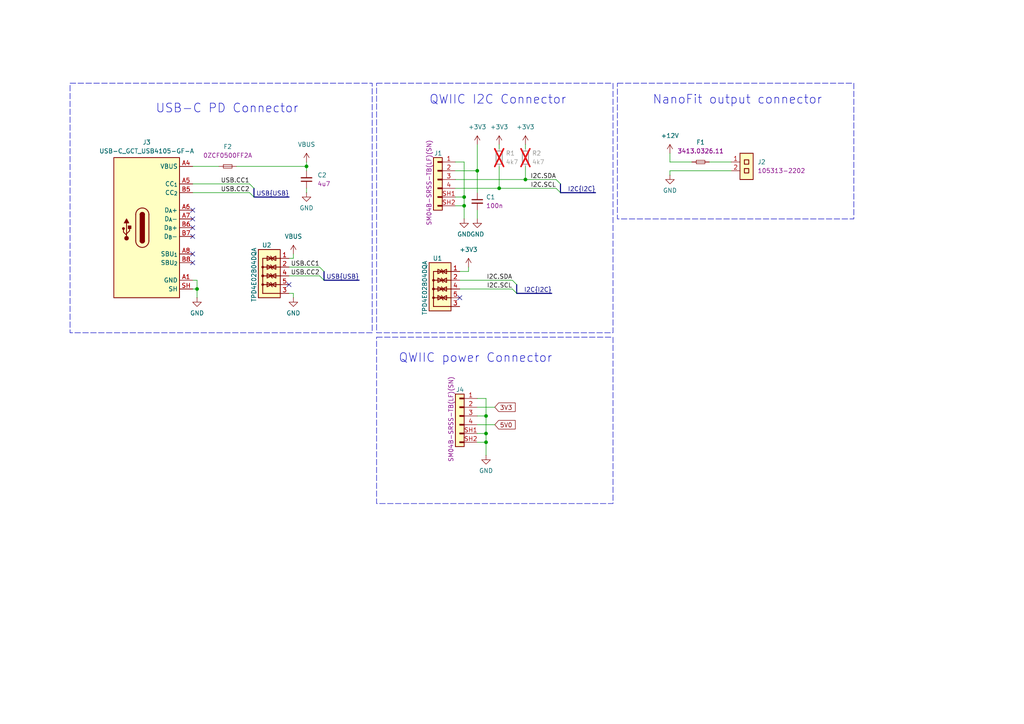
<source format=kicad_sch>
(kicad_sch (version 20230121) (generator eeschema)
  (paper "A4")
  (lib_symbols
    (symbol "antmicroCapacitors0402:C_100n_16V_X7R_0402" (pin_numbers hide) (pin_names hide)
      (property "Reference" "C" (at 15.24 -5.08 0))
      (property "Val" "100n" (at 15.24 -7.62 0))
      (symbol "C_100n_16V_X7R_0402_0_1"
        (polyline (pts (xy 2.032 -1.524) (xy 2.032 1.524)) (stroke (width 0.3048)))
        (polyline (pts (xy 3.048 -1.524) (xy 3.048 1.524)) (stroke (width 0.3302)))
      )
      (symbol "C_100n_16V_X7R_0402_1_1"
        (pin passive line (at 0 0 0) (length 2.032) (name "~") (number "1"))
        (pin passive line (at 5.08 0 180) (length 2.032) (name "~") (number "2"))
      )
    )
    (symbol "antmicroCapacitors0402:C_4u7_25V_0402" (pin_numbers hide) (pin_names hide)
      (property "Reference" "C" (at 20.32 -5.08 0))
      (property "Val" "4u7" (at 20.32 -7.62 0))
      (symbol "C_4u7_25V_0402_0_1"
        (polyline (pts (xy 2.032 -1.524) (xy 2.032 1.524)) (stroke (width 0.3048)))
        (polyline (pts (xy 3.048 -1.524) (xy 3.048 1.524)) (stroke (width 0.3302)))
      )
      (symbol "C_4u7_25V_0402_1_1"
        (pin passive line (at 0 0 0) (length 2.032) (name "~") (number "1"))
        (pin passive line (at 5.08 0 180) (length 2.032) (name "~") (number "2"))
      )
    )
    (symbol "antmicroFuses:F_5A_2920" (pin_numbers hide) (pin_names (offset 1.016) hide)
      (property "Reference" "F" (at 20.32 -5.08 0))
      (property "MPN" "0ZCF0500FF2A" (at 20.32 -15.24 0))
      (symbol "F_5A_2920_0_1"
        (polyline (pts (xy 1.27 0) (xy 3.81 0)))
        (rectangle (start 1.27 0.508) (end 3.81 -0.508))
      )
      (symbol "F_5A_2920_1_1"
        (pin passive line (at 0 0 0) (length 1.27) (name "~") (number "1"))
        (pin passive line (at 5.08 0 180) (length 1.27) (name "~") (number "2"))
      )
    )
    (symbol "antmicroFuses:F_7A_1206" (pin_numbers hide) (pin_names hide)
      (property "Reference" "F" (at 21.59 -5.08 0))
      (property "MPN" "3413.0326.11" (at 21.59 -17.78 0))
      (symbol "F_7A_1206_0_1"
        (polyline (pts (xy 1.27 0) (xy 3.81 0)))
        (rectangle (start 1.27 0.508) (end 3.81 -0.508))
      )
      (symbol "F_7A_1206_1_1"
        (pin passive line (at 0 0 0) (length 1.27) (name "~") (number "1"))
        (pin passive line (at 5.08 0 180) (length 1.27) (name "~") (number "2"))
      )
    )
    (symbol "antmicroResistors0402:R_4k7_0402" (pin_numbers hide) (pin_names hide)
      (property "Reference" "R" (at 20.32 -5.08 0))
      (property "Val" "4k7" (at 20.32 -7.62 0))
      (symbol "R_4k7_0402_0_1"
        (rectangle (start 0.635 0.889) (end 4.445 -0.889) (stroke (width 0.254)))
      )
      (symbol "R_4k7_0402_1_1"
        (pin passive line (at 0 0 0) (length 0.635) (name "~") (number "1"))
        (pin passive line (at 5.08 0 180) (length 0.635) (name "~") (number "2"))
      )
    )
    (symbol "antmicroTVSDiodes:TPD4E02B04DQA"
      (property "Reference" "U" (at 12.7 0 0))
      (property "Value" "TPD4E02B04DQA" (at 12.7 -2.54 0))
      (symbol "TPD4E02B04DQA_1_1"
        (polyline (pts (xy 2.54 -7.62) (xy 7.62 -7.62)) (stroke (width 0.254)) (fill (type background)))
        (polyline (pts (xy 2.54 -5.08) (xy 7.62 -5.08)) (stroke (width 0.254)) (fill (type background)))
        (polyline (pts (xy 2.54 -2.54) (xy 7.62 -2.54)) (stroke (width 0.254)) (fill (type background)))
        (polyline (pts (xy 2.54 0) (xy 7.62 0)) (stroke (width 0.254)) (fill (type background)))
        (polyline (pts (xy 7.62 -10.16) (xy 2.54 -10.16)) (stroke (width 0.254)) (fill (type background)))
        (polyline (pts (xy 7.62 0) (xy 7.62 -10.16)) (stroke (width 0.254)) (fill (type background)))
        (polyline (pts (xy 4.826 -8.255) (xy 5.08 -8.001) (xy 5.08 -7.239) (xy 5.334 -6.985)) (stroke (width 0.254)) (fill (type background)))
        (polyline (pts (xy 4.826 -5.715) (xy 5.08 -5.461) (xy 5.08 -4.699) (xy 5.334 -4.445)) (stroke (width 0.254)) (fill (type background)))
        (polyline (pts (xy 4.826 -3.175) (xy 5.08 -2.921) (xy 5.08 -2.159) (xy 5.334 -1.905)) (stroke (width 0.254)) (fill (type background)))
        (polyline (pts (xy 4.826 -0.635) (xy 5.08 -0.381) (xy 5.08 0.381) (xy 5.334 0.635)) (stroke (width 0.254)) (fill (type background)))
        (polyline (pts (xy 5.08 -7.62) (xy 3.81 -8.255) (xy 3.81 -6.985) (xy 5.08 -7.62)) (stroke (width 0.254)) (fill (type background)))
        (polyline (pts (xy 5.08 -5.08) (xy 3.81 -5.715) (xy 3.81 -4.445) (xy 5.08 -5.08)) (stroke (width 0.254)) (fill (type background)))
        (polyline (pts (xy 5.08 -5.08) (xy 6.35 -4.445) (xy 6.35 -5.715) (xy 5.08 -5.08)) (stroke (width 0.254)) (fill (type background)))
        (polyline (pts (xy 5.08 -2.54) (xy 3.81 -3.175) (xy 3.81 -1.905) (xy 5.08 -2.54)) (stroke (width 0.254)) (fill (type background)))
        (polyline (pts (xy 5.08 -2.54) (xy 6.35 -3.175) (xy 6.35 -1.905) (xy 5.08 -2.54)) (stroke (width 0.254)) (fill (type background)))
        (polyline (pts (xy 5.08 0) (xy 3.81 -0.635) (xy 3.81 0.635) (xy 5.08 0)) (stroke (width 0.254)) (fill (type background)))
        (polyline (pts (xy 5.08 0) (xy 6.35 -0.635) (xy 6.35 0.635) (xy 5.08 0)) (stroke (width 0.254)) (fill (type background)))
        (polyline (pts (xy 6.35 -6.985) (xy 6.35 -8.255) (xy 5.08 -7.62) (xy 6.35 -6.985)) (stroke (width 0.254)) (fill (type background)))
        (rectangle (start 2.54 2.54) (end 8.89 -11.43) (stroke (width 0.254)) (fill (type background)))
        (circle (center 7.62 -7.62) (radius 0.254) (stroke (width 0.254)) (fill (type background)))
        (circle (center 7.62 -5.08) (radius 0.254) (stroke (width 0.254)) (fill (type background)))
        (circle (center 7.62 -5.08) (radius 0.254) (stroke (width 0.254)) (fill (type background)))
        (circle (center 7.62 -2.54) (radius 0.254) (stroke (width 0.254)) (fill (type background)))
        (pin passive line (at 0 0 0) (length 2.54) (name "~") (number "1"))
        (pin passive line (at 0 0 0) (length 2.54) hide (name "~") (number "10"))
        (pin passive line (at 0 -2.54 0) (length 2.54) (name "~") (number "2"))
        (pin power_in line (at 0 -10.16 0) (length 2.54) (name "~") (number "3"))
        (pin passive line (at 0 -5.08 0) (length 2.54) (name "~") (number "4"))
        (pin passive line (at 0 -7.62 0) (length 2.54) (name "~") (number "5"))
        (pin passive line (at 0 -7.62 0) (length 2.54) hide (name "~") (number "6"))
        (pin passive line (at 0 -5.08 0) (length 2.54) hide (name "~") (number "7"))
        (pin passive line (at 0 -10.16 0) (length 2.54) hide (name "~") (number "8"))
        (pin passive line (at 0 -2.54 0) (length 2.54) hide (name "~") (number "9"))
      )
    )
    (symbol "antmicroUSBConnectors:USB-C_GCT_USB4105-GF-A"
      (property "Reference" "J" (at 38.1 -2.54 0))
      (property "Value" "USB-C_GCT_USB4105-GF-A" (at 38.1 -5.08 0))
      (symbol "USB-C_GCT_USB4105-GF-A_1_1"
        (rectangle (start -22.86 2.54) (end -3.81 -38.1) (stroke (width 0.254)) (fill (type background)))
        (circle (center -20.066 -18.034) (radius 0.284) (stroke (width 0.254)) (fill (type outline)))
        (circle (center -19.177 -20.828) (radius 0.5236) (stroke (width 0.254)) (fill (type outline)))
        (rectangle (start -18.669 -18.034) (end -17.907 -17.272) (stroke (width 0.254)) (fill (type outline)))
        (arc (start -16.51 -21.59) (mid -14.605 -23.4867) (end -12.7 -21.59) (stroke (width 0.254)) (fill (type background)))
        (arc (start -15.24 -21.59) (mid -14.605 -22.2223) (end -13.97 -21.59) (stroke (width 0.254)) (fill (type outline)))
        (arc (start -15.24 -21.59) (mid -14.605 -22.2223) (end -13.97 -21.59) (stroke (width 0.254)) (fill (type background)))
        (rectangle (start -15.24 -21.59) (end -13.97 -13.97) (stroke (width 0.254)) (fill (type outline)))
        (arc (start -13.97 -13.97) (mid -14.605 -13.3377) (end -15.24 -13.97) (stroke (width 0.254)) (fill (type outline)))
        (arc (start -13.97 -13.97) (mid -14.605 -13.3377) (end -15.24 -13.97) (stroke (width 0.254)) (fill (type background)))
        (arc (start -12.7 -13.97) (mid -14.605 -12.0733) (end -16.51 -13.97) (stroke (width 0.254)) (fill (type background)))
        (polyline (pts (xy -19.177 -20.701) (xy -19.177 -16.383)) (stroke (width 0.254)) (fill (type background)))
        (polyline (pts (xy -16.51 -21.59) (xy -16.51 -13.97)) (stroke (width 0.254)) (fill (type background)))
        (polyline (pts (xy -12.7 -13.97) (xy -12.7 -21.59)) (stroke (width 0.254)) (fill (type background)))
        (polyline (pts (xy -19.177 -19.939) (xy -20.066 -19.05) (xy -20.066 -18.415)) (stroke (width 0.254)) (fill (type background)))
        (polyline (pts (xy -19.177 -19.558) (xy -18.288 -18.669) (xy -18.288 -18.034)) (stroke (width 0.254)) (fill (type background)))
        (polyline (pts (xy -19.812 -16.383) (xy -19.177 -15.24) (xy -18.542 -16.383) (xy -19.812 -16.383)) (stroke (width 0.254)) (fill (type outline)))
        (pin power_in line (at 0 -33.02 180) (length 3.81) (name "GND") (number "A1"))
        (pin passive line (at 0 -33.02 180) (length 3.81) hide (name "GND") (number "A12"))
        (pin passive line (at 0 0 180) (length 3.81) (name "VBUS") (number "A4"))
        (pin bidirectional line (at 0 -5.08 180) (length 3.81) (name "CC_{1}") (number "A5"))
        (pin bidirectional line (at 0 -12.7 180) (length 3.81) (name "D_{A}+") (number "A6"))
        (pin bidirectional line (at 0 -15.24 180) (length 3.81) (name "D_{A}-") (number "A7"))
        (pin bidirectional line (at 0 -25.4 180) (length 3.81) (name "SBU_{1}") (number "A8"))
        (pin passive line (at 0 0 180) (length 3.81) hide (name "VBUS") (number "A9"))
        (pin passive line (at 0 -33.02 180) (length 3.81) hide (name "GND") (number "B1"))
        (pin passive line (at 0 -33.02 180) (length 3.81) hide (name "GND") (number "B12"))
        (pin passive line (at 0 0 180) (length 3.81) hide (name "VBUS") (number "B4"))
        (pin bidirectional line (at 0 -7.62 180) (length 3.81) (name "CC_{2}") (number "B5"))
        (pin bidirectional line (at 0 -17.78 180) (length 3.81) (name "D_{B}+") (number "B6"))
        (pin bidirectional line (at 0 -20.32 180) (length 3.81) (name "D_{B}-") (number "B7"))
        (pin bidirectional line (at 0 -27.94 180) (length 3.81) (name "SBU_{2}") (number "B8"))
        (pin passive line (at 0 0 180) (length 3.81) hide (name "VBUS") (number "B9"))
        (pin passive line (at 0 -35.56 180) (length 3.81) (name "SH") (number "SH"))
      )
    )
    (symbol "antmicroWire2BoardConnectors:JST_SH_1x4_SM04B-SRSS-TB-LF-SN" (pin_names hide)
      (property "Reference" "J" (at 26.67 -2.54 0))
      (property "MPN" "SM04B-SRSS-TB(LF)(SN)" (at 26.67 -5.08 0))
      (symbol "JST_SH_1x4_SM04B-SRSS-TB-LF-SN_1_1"
        (rectangle (start 3.81 -12.573) (end 5.08 -12.827) (stroke (width 0.254)) (fill (type background)))
        (rectangle (start 3.81 -10.033) (end 5.08 -10.287) (stroke (width 0.254)) (fill (type background)))
        (rectangle (start 3.81 -7.493) (end 5.08 -7.747) (stroke (width 0.254)) (fill (type background)))
        (rectangle (start 3.81 -4.953) (end 5.08 -5.207) (stroke (width 0.254)) (fill (type background)))
        (rectangle (start 3.81 -2.413) (end 5.08 -2.667) (stroke (width 0.254)) (fill (type background)))
        (rectangle (start 3.81 0.127) (end 5.08 -0.127) (stroke (width 0.254)) (fill (type background)))
        (rectangle (start 3.81 1.27) (end 6.35 -13.97) (stroke (width 0.254)) (fill (type background)))
        (pin passive line (at 0 0 0) (length 3.81) (name "1") (number "1"))
        (pin passive line (at 0 -2.54 0) (length 3.81) (name "2") (number "2"))
        (pin passive line (at 0 -5.08 0) (length 3.81) (name "3") (number "3"))
        (pin passive line (at 0 -7.62 0) (length 3.81) (name "4") (number "4"))
        (pin passive line (at 0 -10.16 0) (length 3.81) (name "SH1") (number "SH1"))
        (pin passive line (at 0 -12.7 0) (length 3.81) (name "SH2") (number "SH2"))
      )
    )
    (symbol "antmicroWire2BoardConnectors:Molex_Nano-Fit_1x2_105313-2202_Horizontal"
      (property "Reference" "J" (at 20.32 -2.54 0))
      (property "MPN" "105313-2202" (at 20.32 -5.08 0))
      (symbol "Molex_Nano-Fit_1x2_105313-2202_Horizontal_1_1"
        (rectangle (start 2.54 2.54) (end 6.35 -5.08) (stroke (width 0.254)) (fill (type background)))
        (rectangle (start 3.81 -3.175) (end 5.08 -1.905) (stroke (width 0.254)) (fill (type background)))
        (rectangle (start 3.81 -0.635) (end 5.08 0.635) (stroke (width 0.254)) (fill (type background)))
        (pin input line (at 0 0 0) (length 2.54) (name "~") (number "1"))
        (pin input line (at 0 -2.54 0) (length 2.54) (name "~") (number "2"))
      )
    )
    (symbol "antmicropower:+12V" (power) (pin_names (offset 0))
      (property "Value" "+12V" (at 0 3.556 0))
      (symbol "+12V_0_1"
        (polyline (pts (xy -0.762 1.27) (xy 0 2.54)))
        (polyline (pts (xy 0 0) (xy 0 2.54)))
        (polyline (pts (xy 0 2.54) (xy 0.762 1.27)))
      )
      (symbol "+12V_1_1"
        (pin power_in line (at 0 0 90) (length 0) hide (name "+12V") (number "1"))
      )
    )
    (symbol "antmicropower:+3V3" (power) (pin_numbers hide) (pin_names hide)
      (property "Value" "+3V3" (at -3.175 2.54 0))
      (symbol "+3V3_0_1"
        (polyline (pts (xy 0 0) (xy 0 2.54)))
        (polyline (pts (xy 0 2.54) (xy -0.762 1.27)))
        (polyline (pts (xy 0 2.54) (xy 0.762 1.27)))
      )
      (symbol "+3V3_1_1"
        (pin power_in line (at 0 0 90) (length 0) hide (name "+3V3") (number "1"))
      )
    )
    (symbol "antmicropower:GND" (power) (pin_numbers hide) (pin_names hide)
      (property "Value" "GND" (at 8.89 -5.08 0))
      (symbol "GND_1_1"
        (polyline (pts (xy 0 0) (xy 0 -1.27) (xy 1.27 -1.27) (xy 0 -2.54) (xy -1.27 -1.27) (xy 0 -1.27)))
        (pin power_in line (at 0 0 270) (length 0) (name "GND") (number "1"))
      )
    )
    (symbol "antmicropower:VBUS" (power) (pin_names (offset 0))
      (property "Value" "VBUS" (at 0 3.81 0))
      (symbol "VBUS_0_1"
        (polyline (pts (xy -0.762 1.27) (xy 0 2.54)))
        (polyline (pts (xy 0 0) (xy 0 2.54)))
        (polyline (pts (xy 0 2.54) (xy 0.762 1.27)))
      )
      (symbol "VBUS_1_1"
        (pin power_in line (at 0 0 90) (length 0) hide (name "VBUS") (number "1"))
      )
    )
  )
  (junction (at 144.78 54.61))
  (junction (at 138.43 49.53))
  (junction (at 140.97 125.73))
  (junction (at 140.97 128.27))
  (junction (at 57.15 83.82))
  (junction (at 134.62 57.15))
  (junction (at 88.9 48.26))
  (junction (at 152.4 52.07))
  (junction (at 140.97 120.65))
  (junction (at 134.62 59.69))
  (no_connect (at 133.35 86.36))
  (no_connect (at 55.88 68.58))
  (no_connect (at 55.88 76.2))
  (no_connect (at 55.88 73.66))
  (no_connect (at 55.88 60.96))
  (no_connect (at 55.88 66.04))
  (no_connect (at 83.82 82.55))
  (no_connect (at 55.88 63.5))
  (bus_entry (at 72.39 53.34) (size 1.27 1.27))
  (bus_entry (at 72.39 55.88) (size 1.27 1.27))
  (bus_entry (at 148.59 81.28) (size 1.27 1.27))
  (bus_entry (at 92.71 80.01) (size 1.27 1.27))
  (bus_entry (at 92.71 77.47) (size 1.27 1.27))
  (bus_entry (at 161.29 52.07) (size 1.27 1.27))
  (bus_entry (at 148.59 83.82) (size 1.27 1.27))
  (bus_entry (at 161.29 54.61) (size 1.27 1.27))
  (wire (pts (xy 194.31 46.99) (xy 200.66 46.99)))
  (bus (pts (xy 93.98 81.28) (xy 104.14 81.28)))
  (wire (pts (xy 85.09 73.66) (xy 85.09 74.93)))
  (wire (pts (xy 133.35 83.82) (xy 148.59 83.82)))
  (wire (pts (xy 138.43 49.53) (xy 138.43 55.88)))
  (wire (pts (xy 138.43 123.19) (xy 143.51 123.19)))
  (wire (pts (xy 152.4 52.07) (xy 161.29 52.07)))
  (wire (pts (xy 138.43 120.65) (xy 140.97 120.65)))
  (bus (pts (xy 73.66 57.15) (xy 83.82 57.15)))
  (wire (pts (xy 144.78 48.26) (xy 144.78 54.61)))
  (wire (pts (xy 132.08 54.61) (xy 144.78 54.61)))
  (wire (pts (xy 85.09 85.09) (xy 85.09 86.36)))
  (wire (pts (xy 134.62 59.69) (xy 134.62 63.5)))
  (bus (pts (xy 93.98 78.74) (xy 93.98 81.28)))
  (wire (pts (xy 134.62 46.99) (xy 134.62 57.15)))
  (wire (pts (xy 140.97 125.73) (xy 138.43 125.73)))
  (wire (pts (xy 134.62 59.69) (xy 132.08 59.69)))
  (wire (pts (xy 85.09 74.93) (xy 83.82 74.93)))
  (wire (pts (xy 140.97 120.65) (xy 140.97 125.73)))
  (wire (pts (xy 140.97 128.27) (xy 140.97 125.73)))
  (wire (pts (xy 55.88 48.26) (xy 63.5 48.26)))
  (wire (pts (xy 152.4 48.26) (xy 152.4 52.07)))
  (bus (pts (xy 162.56 53.34) (xy 162.56 55.88)))
  (wire (pts (xy 83.82 80.01) (xy 92.71 80.01)))
  (bus (pts (xy 162.56 55.88) (xy 172.72 55.88)))
  (bus (pts (xy 73.66 54.61) (xy 73.66 57.15)))
  (bus (pts (xy 149.86 82.55) (xy 149.86 85.09)))
  (wire (pts (xy 132.08 46.99) (xy 134.62 46.99)))
  (wire (pts (xy 194.31 44.45) (xy 194.31 46.99)))
  (wire (pts (xy 57.15 83.82) (xy 57.15 86.36)))
  (wire (pts (xy 152.4 41.91) (xy 152.4 43.18)))
  (bus (pts (xy 149.86 85.09) (xy 160.02 85.09)))
  (wire (pts (xy 138.43 118.11) (xy 143.51 118.11)))
  (wire (pts (xy 88.9 46.99) (xy 88.9 48.26)))
  (wire (pts (xy 138.43 63.5) (xy 138.43 60.96)))
  (wire (pts (xy 55.88 53.34) (xy 72.39 53.34)))
  (wire (pts (xy 83.82 77.47) (xy 92.71 77.47)))
  (wire (pts (xy 140.97 128.27) (xy 140.97 132.08)))
  (wire (pts (xy 144.78 41.91) (xy 144.78 43.18)))
  (wire (pts (xy 83.82 85.09) (xy 85.09 85.09)))
  (wire (pts (xy 133.35 78.74) (xy 135.89 78.74)))
  (wire (pts (xy 138.43 41.91) (xy 138.43 49.53)))
  (wire (pts (xy 57.15 81.28) (xy 57.15 83.82)))
  (wire (pts (xy 140.97 115.57) (xy 140.97 120.65)))
  (wire (pts (xy 134.62 57.15) (xy 132.08 57.15)))
  (wire (pts (xy 138.43 115.57) (xy 140.97 115.57)))
  (wire (pts (xy 194.31 50.8) (xy 194.31 49.53)))
  (wire (pts (xy 132.08 49.53) (xy 138.43 49.53)))
  (wire (pts (xy 132.08 52.07) (xy 152.4 52.07)))
  (wire (pts (xy 194.31 49.53) (xy 212.09 49.53)))
  (wire (pts (xy 144.78 54.61) (xy 161.29 54.61)))
  (wire (pts (xy 133.35 81.28) (xy 148.59 81.28)))
  (wire (pts (xy 135.89 78.74) (xy 135.89 77.47)))
  (wire (pts (xy 205.74 46.99) (xy 212.09 46.99)))
  (wire (pts (xy 88.9 49.53) (xy 88.9 48.26)))
  (wire (pts (xy 57.15 83.82) (xy 55.88 83.82)))
  (wire (pts (xy 134.62 57.15) (xy 134.62 59.69)))
  (wire (pts (xy 55.88 81.28) (xy 57.15 81.28)))
  (wire (pts (xy 138.43 128.27) (xy 140.97 128.27)))
  (wire (pts (xy 68.58 48.26) (xy 88.9 48.26)))
  (wire (pts (xy 88.9 55.88) (xy 88.9 54.61)))
  (wire (pts (xy 55.88 55.88) (xy 72.39 55.88)))
  (rectangle (start 179.07 24.13) (end 247.65 63.5) (stroke (width 0) (type dash)))
  (rectangle (start 109.22 24.13) (end 177.8 96.52) (stroke (width 0) (type dash)))
  (rectangle (start 109.22 97.79) (end 177.8 146.05) (stroke (width 0) (type dash)))
  (rectangle (start 20.32 24.13) (end 107.95 96.52) (stroke (width 0) (type dash)))
  (text "USB-C PD Connector\n" (at 45.085 33.02 0) (effects (font (size 2.54 2.54)) (justify left bottom)))
  (text "NanoFit output connector" (at 189.23 30.48 0) (effects (font (size 2.54 2.54)) (justify left bottom)))
  (text "QWIIC I2C Connector" (at 124.46 30.48 0) (effects (font (size 2.54 2.54)) (justify left bottom)))
  (text "QWIIC power Connector" (at 115.57 105.41 0) (effects (font (size 2.54 2.54)) (justify left bottom)))
  (label "USB.CC1" (at 72.39 53.34 180))
  (label "I2C{I2C}" (at 172.72 55.88 180))
  (label "I2C.SCL" (at 148.59 83.82 180))
  (label "I2C{I2C}" (at 160.02 85.09 180))
  (label "USB.CC2" (at 92.71 80.01 180))
  (label "USB.CC1" (at 92.71 77.47 180))
  (label "I2C.SDA" (at 161.29 52.07 180))
  (label "USB{USB}" (at 104.14 81.28 180))
  (label "I2C.SDA" (at 148.59 81.28 180))
  (label "I2C.SCL" (at 161.29 54.61 180))
  (label "USB{USB}" (at 83.82 57.15 180))
  (label "USB.CC2" (at 72.39 55.88 180))
  (global_label "5V0" (shape input) (at 143.51 123.19 0) (property "Intersheetrefs" "${INTERSHEET_REFS}" (effects hide)))
  (global_label "3V3" (shape input) (at 143.51 118.11 0) (property "Intersheetrefs" "${INTERSHEET_REFS}" (effects hide)))
  (symbol (lib_id "antmicroUSBConnectors:USB-C_GCT_USB4105-GF-A") (at 55.88 48.26 0) (unit 1)
    (property "Reference" "J3" (at 42.545 41.275 0))
    (property "Value" "USB-C_GCT_USB4105-GF-A" (at 42.545 43.815 0))
    (property "Footprint" "antmicro-footprints:USB-C_Receptacle_GCT_USB4105-GF-A" (effects hide))
    (property "Datasheet" "https://gct.co/files/drawings/usb4105.pdf" (effects hide))
    (property "Manufacturer" "GCT" (effects hide))
    (property "MPN" "USB4105-GF-A" (effects hide))
    (property "Author" "Antmicro" (effects hide))
    (property "License" "Apache-2.0" (effects hide))
    (property "VSD_Class" "USB-C" (effects hide))
  )
  (symbol (lib_id "antmicropower:VBUS") (at 85.09 73.66 0) (unit 1)
    (property "Reference" "#PWR010" (effects hide))
    (property "Value" "VBUS" (at 85.09 68.58 0))
  )
  (symbol (lib_id "antmicropower:GND") (at 85.09 86.36 0) (unit 1)
    (property "Reference" "#PWR011" (effects hide))
    (property "Value" "GND" (at 85.09 90.805 0))
    (property "Author" "Antmicro" (effects hide))
    (property "License" "Apache-2.0" (effects hide))
  )
  (symbol (lib_id "antmicroWire2BoardConnectors:Molex_Nano-Fit_1x2_105313-2202_Horizontal") (at 212.09 46.99 0) (unit 1)
    (property "Reference" "J2" (at 219.71 46.99 0) (effects (justify left)))
    (property "Value" "Molex_Nano-Fit_1x2_105313-2202_Horizontal" (effects hide))
    (property "Footprint" "antmicro-footprints:Conn_Molex_Nano-Fit_1x2_105313-2202_Horizontal" (effects hide))
    (property "Datasheet" "https://tools.molex.com/pdm_docs/sd/1053132202_sd.pdf" (effects hide))
    (property "MPN" "105313-2202" (at 219.71 49.53 0) (effects (justify left)))
    (property "Manufacturer" "Molex" (effects hide))
    (property "Author" "Antmicro" (effects hide))
    (property "License" "Apache-2.0" (effects hide))
  )
  (symbol (lib_id "antmicropower:GND") (at 57.15 86.36 0) (unit 1)
    (property "Reference" "#PWR08" (effects hide))
    (property "Value" "GND" (at 57.15 90.805 0))
    (property "Author" "Antmicro" (effects hide))
    (property "License" "Apache-2.0" (effects hide))
  )
  (symbol (lib_id "antmicropower:GND") (at 88.9 55.88 0) (unit 1)
    (property "Reference" "#PWR013" (effects hide))
    (property "Value" "GND" (at 88.9 60.325 0))
    (property "Author" "Antmicro" (effects hide))
    (property "License" "Apache-2.0" (effects hide))
  )
  (symbol (lib_id "antmicropower:+3V3") (at 144.78 41.91 0) (unit 1)
    (property "Reference" "#PWR07" (effects hide))
    (property "Value" "+3V3" (at 144.78 36.83 0))
    (property "Author" "Antmicro" (effects hide))
    (property "License" "Apache-2.0" (effects hide))
  )
  (symbol (lib_id "antmicroCapacitors0402:C_4u7_25V_0402") (at 88.9 54.61 90) (unit 1)
    (property "Reference" "C2" (at 92.075 50.7936 90) (effects (justify right)))
    (property "Value" "C_4u7_25V_0402" (effects hide))
    (property "Footprint" "antmicro-footprints:C_0402_1005Metric" (effects hide))
    (property "Datasheet" "https://www.murata.com/products/productdetail?partno=GRM155C61E475ME15%23" (effects hide))
    (property "MPN" "GRM155C61E475ME15J" (effects hide))
    (property "Manufacturer" "Murata" (effects hide))
    (property "License" "Apache-2.0" (effects hide))
    (property "Author" "Antmicro" (effects hide))
    (property "Val" "4u7" (at 92.075 53.3336 90) (effects (justify right)))
    (property "Voltage" "25V" (effects hide))
    (property "Dielectric" "X5S" (effects hide))
  )
  (symbol (lib_id "antmicroTVSDiodes:TPD4E02B04DQA") (at 83.82 74.93 0) (mirror y) (unit 1)
    (property "Reference" "U2" (at 78.74 71.12 0) (effects (justify left)))
    (property "Value" "TPD4E02B04DQA" (at 73.66 87.63 90) (effects (justify left)))
    (property "Footprint" "antmicro-footprints:USON-10_2.5x1mm_P0.5mm" (effects hide))
    (property "Datasheet" "http://www.ti.com/lit/ds/symlink/tpd4e02b04.pdf" (effects hide))
    (property "MPN" "TPD4E02B04DQAR" (effects hide))
    (property "Manufacturer" "Texas Instruments" (effects hide))
    (property "Author" "Antmicro" (effects hide))
    (property "License" "Apache-2.0" (effects hide))
  )
  (symbol (lib_id "antmicropower:VBUS") (at 88.9 46.99 0) (unit 1)
    (property "Reference" "#PWR012" (effects hide))
    (property "Value" "VBUS" (at 88.9 41.91 0))
  )
  (symbol (lib_id "antmicropower:+3V3") (at 135.89 77.47 0) (unit 1)
    (property "Reference" "#PWR04" (effects hide))
    (property "Value" "+3V3" (at 135.89 72.39 0))
    (property "Author" "Antmicro" (effects hide))
    (property "License" "Apache-2.0" (effects hide))
  )
  (symbol (lib_id "antmicropower:+12V") (at 194.31 44.45 0) (unit 1)
    (property "Reference" "#PWR01" (effects hide))
    (property "Value" "+12V" (at 194.31 39.37 0))
  )
  (symbol (lib_id "antmicropower:GND") (at 140.97 132.08 0) (unit 1)
    (property "Reference" "#PWR058" (effects hide))
    (property "Value" "GND" (at 140.97 136.525 0))
    (property "Author" "Antmicro" (effects hide))
    (property "License" "Apache-2.0" (effects hide))
  )
  (symbol (lib_id "antmicropower:GND") (at 194.31 50.8 0) (unit 1)
    (property "Reference" "#PWR02" (effects hide))
    (property "Value" "GND" (at 194.31 55.245 0))
    (property "Author" "Antmicro" (effects hide))
    (property "License" "Apache-2.0" (effects hide))
  )
  (symbol (lib_id "antmicropower:+3V3") (at 138.43 41.91 0) (unit 1)
    (property "Reference" "#PWR05" (effects hide))
    (property "Value" "+3V3" (at 138.43 36.83 0))
    (property "Author" "Antmicro" (effects hide))
    (property "License" "Apache-2.0" (effects hide))
  )
  (symbol (lib_id "antmicropower:+3V3") (at 152.4 41.91 0) (unit 1)
    (property "Reference" "#PWR09" (effects hide))
    (property "Value" "+3V3" (at 152.4 36.83 0))
    (property "Author" "Antmicro" (effects hide))
    (property "License" "Apache-2.0" (effects hide))
  )
  (symbol (lib_id "antmicropower:GND") (at 134.62 63.5 0) (unit 1)
    (property "Reference" "#PWR03" (effects hide))
    (property "Value" "GND" (at 134.62 67.945 0))
    (property "Author" "Antmicro" (effects hide))
    (property "License" "Apache-2.0" (effects hide))
  )
  (symbol (lib_id "antmicroResistors0402:R_4k7_0402") (at 144.78 48.26 90) (unit 1) (in_bom no) (dnp yes)
    (property "Reference" "R1" (at 146.685 44.45 90) (effects (justify right)))
    (property "Value" "R_4k7_0402" (effects hide))
    (property "Footprint" "antmicro-footprints:R_0402_1005Metric" (effects hide))
    (property "Datasheet" "https://www.bourns.com/docs/product-datasheets/cr.pdf" (effects hide))
    (property "MPN" "CR0402-FX-4701GLF" (effects hide))
    (property "Manufacturer" "Bourns" (effects hide))
    (property "License" "Apache-2.0" (effects hide))
    (property "Author" "Antmicro" (effects hide))
    (property "Val" "4k7" (at 146.685 46.99 90) (effects (justify right)))
    (property "Tolerance" "1%" (effects hide))
    (property "DNP" "DNP" (effects hide))
  )
  (symbol (lib_id "antmicroFuses:F_5A_2920") (at 63.5 48.26 0) (unit 1)
    (property "Reference" "F2" (at 66.04 42.545 0))
    (property "Value" "F_5A_2920" (effects hide))
    (property "Footprint" "antmicro-footprints:2920-fuse" (effects hide))
    (property "Datasheet" "https://www.mouser.com/datasheet/2/643/ds_CP_0zcf_series-1633784.pdf" (effects hide))
    (property "MPN" "0ZCF0500FF2A" (at 66.04 45.085 0))
    (property "Manufacturer" "Bel Fuse" (effects hide))
    (property "Author" "Antmicro" (effects hide))
    (property "License" "Apache-2.0" (effects hide))
  )
  (symbol (lib_id "antmicroTVSDiodes:TPD4E02B04DQA") (at 133.35 78.74 0) (mirror y) (unit 1)
    (property "Reference" "U1" (at 128.27 74.93 0) (effects (justify left)))
    (property "Value" "TPD4E02B04DQA" (at 123.19 91.44 90) (effects (justify left)))
    (property "Footprint" "antmicro-footprints:USON-10_2.5x1mm_P0.5mm" (effects hide))
    (property "Datasheet" "http://www.ti.com/lit/ds/symlink/tpd4e02b04.pdf" (effects hide))
    (property "MPN" "TPD4E02B04DQAR" (effects hide))
    (property "Manufacturer" "Texas Instruments" (effects hide))
    (property "Author" "Antmicro" (effects hide))
    (property "License" "Apache-2.0" (effects hide))
  )
  (symbol (lib_id "antmicroResistors0402:R_4k7_0402") (at 152.4 48.26 90) (unit 1) (in_bom no) (dnp yes)
    (property "Reference" "R2" (at 154.305 44.45 90) (effects (justify right)))
    (property "Value" "R_4k7_0402" (effects hide))
    (property "Footprint" "antmicro-footprints:R_0402_1005Metric" (effects hide))
    (property "Datasheet" "https://www.bourns.com/docs/product-datasheets/cr.pdf" (effects hide))
    (property "MPN" "CR0402-FX-4701GLF" (effects hide))
    (property "Manufacturer" "Bourns" (effects hide))
    (property "License" "Apache-2.0" (effects hide))
    (property "Author" "Antmicro" (effects hide))
    (property "Val" "4k7" (at 154.305 46.99 90) (effects (justify right)))
    (property "Tolerance" "1%" (effects hide))
    (property "DNP" "DNP" (effects hide))
  )
  (symbol (lib_id "antmicroWire2BoardConnectors:JST_SH_1x4_SM04B-SRSS-TB-LF-SN") (at 132.08 46.99 0) (mirror y) (unit 1)
    (property "Reference" "J1" (at 128.27 44.45 0) (effects (justify left)))
    (property "Value" "JST_SH_1x4_SM04B-SRSS-TB-LF-SN" (effects hide))
    (property "Footprint" "antmicro-footprints:Conn_JST_SH_1x4_SM04B-SRSS-TB-LF-SN" (effects hide))
    (property "Datasheet" "https://www.jst-mfg.com/product/pdf/eng/eSH.pdf" (effects hide))
    (property "MPN" "SM04B-SRSS-TB(LF)(SN)" (at 124.46 65.405 90) (effects (justify left)))
    (property "Manufacturer" "JST Automotive Connectors" (effects hide))
    (property "Author" "Antmicro" (effects hide))
    (property "License" "Apache-2.0" (effects hide))
  )
  (symbol (lib_id "antmicroFuses:F_7A_1206") (at 200.66 46.99 0) (unit 1)
    (property "Reference" "F1" (at 203.2 41.275 0))
    (property "Value" "F_7A_1206" (effects hide))
    (property "Footprint" "antmicro-footprints:F_1206_3216Metric" (effects hide))
    (property "Datasheet" "https://us.schurter.com/pdf/english/typ_UST_1206.pdf" (effects hide))
    (property "Manufacturer" "Schurter" (effects hide))
    (property "MPN" "3413.0326.11" (at 203.2 43.815 0))
    (property "Author" "Antmicro" (effects hide))
    (property "License" "Apache-2.0" (effects hide))
  )
  (symbol (lib_id "antmicropower:GND") (at 138.43 63.5 0) (unit 1)
    (property "Reference" "#PWR06" (effects hide))
    (property "Value" "GND" (at 138.43 67.945 0))
    (property "Author" "Antmicro" (effects hide))
    (property "License" "Apache-2.0" (effects hide))
  )
  (symbol (lib_id "antmicroCapacitors0402:C_100n_16V_X7R_0402") (at 138.43 55.88 270) (unit 1)
    (property "Reference" "C1" (at 140.97 57.1563 90) (effects (justify left)))
    (property "Value" "C_100n_16V_X7R_0402" (effects hide))
    (property "Footprint" "antmicro-footprints:C_0402_1005Metric" (effects hide))
    (property "Datasheet" "https://www.mouser.com/datasheet/2/447/KEM_C1002_X7R_SMD-3316098.pdf" (effects hide))
    (property "MPN" "C0402C104J4RAC7411" (effects hide))
    (property "Val" "100n" (at 140.97 59.6963 90) (effects (justify left)))
    (property "Voltage" "16V" (effects hide))
    (property "Dielectric" "X7R" (effects hide))
    (property "Manufacturer" "KEMET" (effects hide))
    (property "License" "Apache-2.0" (effects hide))
    (property "Author" "Antmicro" (effects hide))
  )
  (symbol (lib_id "antmicroWire2BoardConnectors:JST_SH_1x4_SM04B-SRSS-TB-LF-SN") (at 138.43 115.57 0) (mirror y) (unit 1)
    (property "Reference" "J4" (at 134.62 113.03 0) (effects (justify left)))
    (property "Value" "JST_SH_1x4_SM04B-SRSS-TB-LF-SN" (effects hide))
    (property "Footprint" "antmicro-footprints:Conn_JST_SH_1x4_SM04B-SRSS-TB-LF-SN" (effects hide))
    (property "Datasheet" "https://www.jst-mfg.com/product/pdf/eng/eSH.pdf" (effects hide))
    (property "MPN" "SM04B-SRSS-TB(LF)(SN)" (at 130.81 133.985 90) (effects (justify left)))
    (property "Manufacturer" "JST Automotive Connectors" (effects hide))
    (property "Author" "Antmicro" (effects hide))
    (property "License" "Apache-2.0" (effects hide))
  )
)
</source>
